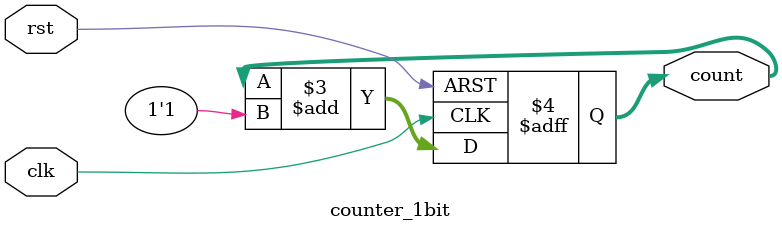
<source format=v>
/********************************************************************

Module          :   counter_1bit

Date            :   1 December, 2022

Author          :   Krunal Gandhi

Email           :   gkrunal72@gmail.com

History         :   1. 1 December, 2022 - Initial implementation

Summary         :   Implementation of 1 bit counter.

Inputs          :   clk, rst

Outputs         :   count

Instantiation   :   N/A

********************************************************************/

module counter_1bit 
    #(parameter N = 4)
    (
    input   wire         clk,
    input   wire         rst,
    output  reg  [N-1:0] count
);

always @(posedge clk, posedge rst) begin
    
    if(rst == 1)
        count <= 0;
    else
        count <= count + 1'b1;

end

endmodule

</source>
